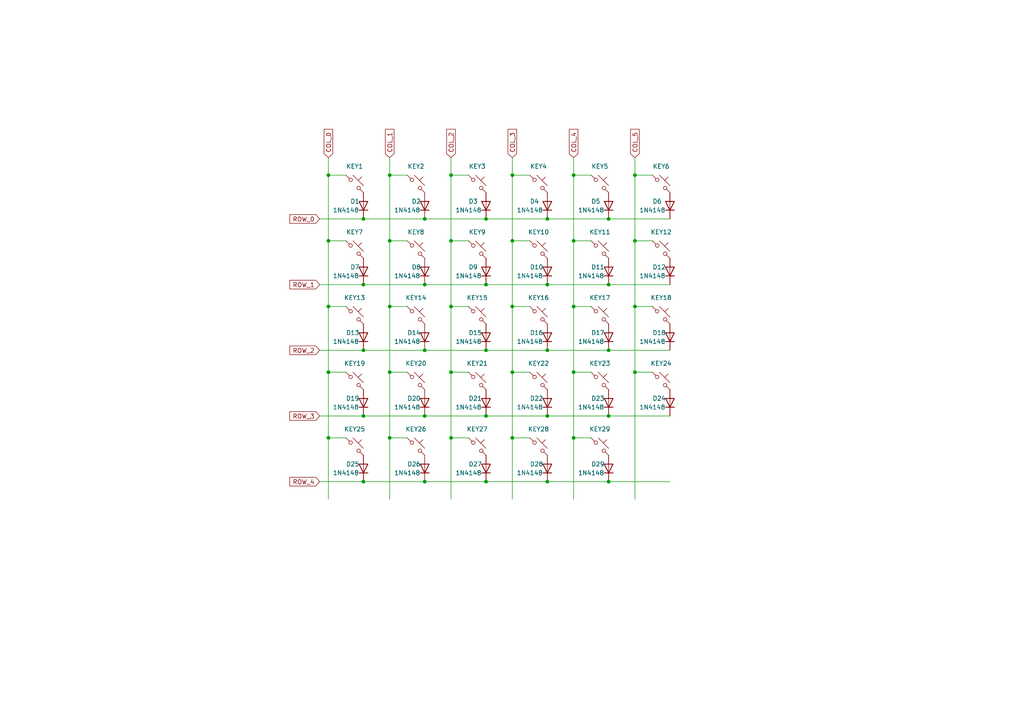
<source format=kicad_sch>
(kicad_sch (version 20230121) (generator eeschema)
  (paper "A4")
  (lib_symbols
    (symbol "Diode:1N4148" (pin_numbers hide) (pin_names (offset 1.016) hide)
      (property "Reference" "D" (at 0 2.54 0))
      (property "Value" "1N4148" (at 0 -2.54 0))
      (symbol "1N4148_0_1"
        (polyline (pts (xy -1.27 1.27) (xy -1.27 -1.27)) (stroke (width 0.254)))
        (polyline (pts (xy 1.27 0) (xy -1.27 0)))
        (polyline (pts (xy 1.27 1.27) (xy 1.27 -1.27) (xy -1.27 0) (xy 1.27 1.27)) (stroke (width 0.254)))
      )
      (symbol "1N4148_1_1"
        (pin passive line (at -3.81 0 0) (length 2.54) (name "K") (number "1"))
        (pin passive line (at 3.81 0 180) (length 2.54) (name "A") (number "2"))
      )
    )
    (symbol "Switch:SW_Push_45deg" (pin_numbers hide) (pin_names (offset 1.016) hide)
      (property "Reference" "SW" (at 3.048 1.016 0))
      (property "Value" "SW_Push_45deg" (at 0 -3.81 0))
      (symbol "SW_Push_45deg_0_1"
        (circle (center -1.1684 1.1684) (radius 0.508))
        (polyline (pts (xy -0.508 2.54) (xy 2.54 -0.508)))
        (polyline (pts (xy 1.016 1.016) (xy 2.032 2.032)))
        (polyline (pts (xy -2.54 2.54) (xy -1.524 1.524) (xy -1.524 1.524)))
        (polyline (pts (xy 1.524 -1.524) (xy 2.54 -2.54) (xy 2.54 -2.54) (xy 2.54 -2.54)))
        (circle (center 1.143 -1.1938) (radius 0.508))
        (pin passive line (at -2.54 2.54 0) (length 0) (name "1") (number "1"))
        (pin passive line (at 2.54 -2.54 180) (length 0) (name "2") (number "2"))
      )
    )
  )
  (junction (at 105.41 82.55))
  (junction (at 148.59 107.95))
  (junction (at 130.81 107.95))
  (junction (at 123.19 63.5))
  (junction (at 123.19 139.7))
  (junction (at 95.25 107.95))
  (junction (at 140.97 101.6))
  (junction (at 130.81 127))
  (junction (at 113.03 88.9))
  (junction (at 123.19 101.6))
  (junction (at 158.75 63.5))
  (junction (at 105.41 139.7))
  (junction (at 113.03 127))
  (junction (at 158.75 82.55))
  (junction (at 140.97 139.7))
  (junction (at 148.59 50.8))
  (junction (at 166.37 127))
  (junction (at 105.41 63.5))
  (junction (at 184.15 107.95))
  (junction (at 176.53 120.65))
  (junction (at 123.19 120.65))
  (junction (at 166.37 88.9))
  (junction (at 184.15 50.8))
  (junction (at 105.41 120.65))
  (junction (at 105.41 101.6))
  (junction (at 184.15 88.9))
  (junction (at 113.03 107.95))
  (junction (at 95.25 88.9))
  (junction (at 140.97 120.65))
  (junction (at 176.53 139.7))
  (junction (at 113.03 69.85))
  (junction (at 158.75 120.65))
  (junction (at 158.75 139.7))
  (junction (at 113.03 50.8))
  (junction (at 158.75 101.6))
  (junction (at 130.81 69.85))
  (junction (at 148.59 69.85))
  (junction (at 95.25 50.8))
  (junction (at 176.53 101.6))
  (junction (at 176.53 63.5))
  (junction (at 140.97 63.5))
  (junction (at 148.59 127))
  (junction (at 166.37 50.8))
  (junction (at 95.25 69.85))
  (junction (at 140.97 82.55))
  (junction (at 148.59 88.9))
  (junction (at 130.81 88.9))
  (junction (at 176.53 82.55))
  (junction (at 184.15 69.85))
  (junction (at 123.19 82.55))
  (junction (at 166.37 107.95))
  (junction (at 166.37 69.85))
  (junction (at 130.81 50.8))
  (junction (at 95.25 127))
  (wire (pts (xy 166.37 50.8) (xy 166.37 69.85)))
  (wire (pts (xy 140.97 82.55) (xy 158.75 82.55)))
  (wire (pts (xy 113.03 69.85) (xy 118.11 69.85)))
  (wire (pts (xy 148.59 107.95) (xy 153.67 107.95)))
  (wire (pts (xy 130.81 69.85) (xy 130.81 88.9)))
  (wire (pts (xy 95.25 107.95) (xy 100.33 107.95)))
  (wire (pts (xy 166.37 50.8) (xy 171.45 50.8)))
  (wire (pts (xy 95.25 45.72) (xy 95.25 50.8)))
  (wire (pts (xy 176.53 82.55) (xy 194.31 82.55)))
  (wire (pts (xy 148.59 127) (xy 148.59 144.78)))
  (wire (pts (xy 130.81 127) (xy 135.89 127)))
  (wire (pts (xy 148.59 45.72) (xy 148.59 50.8)))
  (wire (pts (xy 95.25 69.85) (xy 100.33 69.85)))
  (wire (pts (xy 130.81 107.95) (xy 130.81 127)))
  (wire (pts (xy 184.15 69.85) (xy 189.23 69.85)))
  (wire (pts (xy 123.19 63.5) (xy 140.97 63.5)))
  (wire (pts (xy 184.15 107.95) (xy 184.15 144.78)))
  (wire (pts (xy 113.03 107.95) (xy 118.11 107.95)))
  (wire (pts (xy 176.53 63.5) (xy 194.31 63.5)))
  (wire (pts (xy 113.03 50.8) (xy 118.11 50.8)))
  (wire (pts (xy 105.41 120.65) (xy 123.19 120.65)))
  (wire (pts (xy 92.71 82.55) (xy 105.41 82.55)))
  (wire (pts (xy 130.81 107.95) (xy 135.89 107.95)))
  (wire (pts (xy 92.71 101.6) (xy 105.41 101.6)))
  (wire (pts (xy 130.81 69.85) (xy 135.89 69.85)))
  (wire (pts (xy 95.25 50.8) (xy 100.33 50.8)))
  (wire (pts (xy 92.71 139.7) (xy 105.41 139.7)))
  (wire (pts (xy 148.59 50.8) (xy 153.67 50.8)))
  (wire (pts (xy 95.25 88.9) (xy 95.25 107.95)))
  (wire (pts (xy 140.97 63.5) (xy 158.75 63.5)))
  (wire (pts (xy 166.37 88.9) (xy 166.37 107.95)))
  (wire (pts (xy 105.41 63.5) (xy 123.19 63.5)))
  (wire (pts (xy 123.19 120.65) (xy 140.97 120.65)))
  (wire (pts (xy 130.81 127) (xy 130.81 144.78)))
  (wire (pts (xy 148.59 69.85) (xy 148.59 88.9)))
  (wire (pts (xy 123.19 139.7) (xy 140.97 139.7)))
  (wire (pts (xy 130.81 88.9) (xy 130.81 107.95)))
  (wire (pts (xy 95.25 127) (xy 95.25 144.78)))
  (wire (pts (xy 92.71 120.65) (xy 105.41 120.65)))
  (wire (pts (xy 113.03 127) (xy 113.03 144.78)))
  (wire (pts (xy 140.97 101.6) (xy 158.75 101.6)))
  (wire (pts (xy 123.19 101.6) (xy 140.97 101.6)))
  (wire (pts (xy 148.59 127) (xy 153.67 127)))
  (wire (pts (xy 148.59 50.8) (xy 148.59 69.85)))
  (wire (pts (xy 184.15 88.9) (xy 189.23 88.9)))
  (wire (pts (xy 130.81 50.8) (xy 130.81 69.85)))
  (wire (pts (xy 95.25 127) (xy 100.33 127)))
  (wire (pts (xy 105.41 101.6) (xy 123.19 101.6)))
  (wire (pts (xy 176.53 101.6) (xy 194.31 101.6)))
  (wire (pts (xy 130.81 50.8) (xy 135.89 50.8)))
  (wire (pts (xy 176.53 139.7) (xy 194.31 139.7)))
  (wire (pts (xy 105.41 82.55) (xy 123.19 82.55)))
  (wire (pts (xy 140.97 139.7) (xy 158.75 139.7)))
  (wire (pts (xy 113.03 88.9) (xy 113.03 107.95)))
  (wire (pts (xy 158.75 63.5) (xy 176.53 63.5)))
  (wire (pts (xy 176.53 120.65) (xy 194.31 120.65)))
  (wire (pts (xy 95.25 50.8) (xy 95.25 69.85)))
  (wire (pts (xy 158.75 82.55) (xy 176.53 82.55)))
  (wire (pts (xy 158.75 120.65) (xy 176.53 120.65)))
  (wire (pts (xy 184.15 88.9) (xy 184.15 107.95)))
  (wire (pts (xy 166.37 107.95) (xy 166.37 127)))
  (wire (pts (xy 166.37 88.9) (xy 171.45 88.9)))
  (wire (pts (xy 148.59 88.9) (xy 148.59 107.95)))
  (wire (pts (xy 130.81 88.9) (xy 135.89 88.9)))
  (wire (pts (xy 184.15 50.8) (xy 184.15 69.85)))
  (wire (pts (xy 140.97 120.65) (xy 158.75 120.65)))
  (wire (pts (xy 158.75 101.6) (xy 176.53 101.6)))
  (wire (pts (xy 105.41 139.7) (xy 123.19 139.7)))
  (wire (pts (xy 184.15 107.95) (xy 189.23 107.95)))
  (wire (pts (xy 113.03 107.95) (xy 113.03 127)))
  (wire (pts (xy 148.59 107.95) (xy 148.59 127)))
  (wire (pts (xy 123.19 82.55) (xy 140.97 82.55)))
  (wire (pts (xy 148.59 69.85) (xy 153.67 69.85)))
  (wire (pts (xy 113.03 127) (xy 118.11 127)))
  (wire (pts (xy 95.25 88.9) (xy 100.33 88.9)))
  (wire (pts (xy 166.37 69.85) (xy 171.45 69.85)))
  (wire (pts (xy 184.15 50.8) (xy 189.23 50.8)))
  (wire (pts (xy 166.37 127) (xy 171.45 127)))
  (wire (pts (xy 92.71 63.5) (xy 105.41 63.5)))
  (wire (pts (xy 113.03 50.8) (xy 113.03 69.85)))
  (wire (pts (xy 113.03 69.85) (xy 113.03 88.9)))
  (wire (pts (xy 148.59 88.9) (xy 153.67 88.9)))
  (wire (pts (xy 184.15 45.72) (xy 184.15 50.8)))
  (wire (pts (xy 184.15 69.85) (xy 184.15 88.9)))
  (wire (pts (xy 166.37 45.72) (xy 166.37 50.8)))
  (wire (pts (xy 158.75 139.7) (xy 176.53 139.7)))
  (wire (pts (xy 95.25 69.85) (xy 95.25 88.9)))
  (wire (pts (xy 95.25 107.95) (xy 95.25 127)))
  (wire (pts (xy 166.37 69.85) (xy 166.37 88.9)))
  (wire (pts (xy 166.37 127) (xy 166.37 144.78)))
  (wire (pts (xy 113.03 45.72) (xy 113.03 50.8)))
  (wire (pts (xy 113.03 88.9) (xy 118.11 88.9)))
  (wire (pts (xy 166.37 107.95) (xy 171.45 107.95)))
  (wire (pts (xy 130.81 45.72) (xy 130.81 50.8)))
  (global_label "ROW_4" (shape input) (at 92.71 139.7 180) (property "Intersheetrefs" "${INTERSHEET_REFS}" (effects hide)))
  (global_label "ROW_3" (shape input) (at 92.71 120.65 180) (property "Intersheetrefs" "${INTERSHEET_REFS}" (effects hide)))
  (global_label "COL_1" (shape input) (at 113.03 45.72 90) (property "Intersheetrefs" "${INTERSHEET_REFS}" (effects hide)))
  (global_label "COL_3" (shape input) (at 148.59 45.72 90) (property "Intersheetrefs" "${INTERSHEET_REFS}" (effects hide)))
  (global_label "ROW_0" (shape input) (at 92.71 63.5 180) (property "Intersheetrefs" "${INTERSHEET_REFS}" (effects hide)))
  (global_label "COL_4" (shape input) (at 166.37 45.72 90) (property "Intersheetrefs" "${INTERSHEET_REFS}" (effects hide)))
  (global_label "ROW_1" (shape input) (at 92.71 82.55 180) (property "Intersheetrefs" "${INTERSHEET_REFS}" (effects hide)))
  (global_label "COL_0" (shape input) (at 95.25 45.72 90) (property "Intersheetrefs" "${INTERSHEET_REFS}" (effects hide)))
  (global_label "COL_2" (shape input) (at 130.81 45.72 90) (property "Intersheetrefs" "${INTERSHEET_REFS}" (effects hide)))
  (global_label "COL_5" (shape input) (at 184.15 45.72 90) (property "Intersheetrefs" "${INTERSHEET_REFS}" (effects hide)))
  (global_label "ROW_2" (shape input) (at 92.71 101.6 180) (property "Intersheetrefs" "${INTERSHEET_REFS}" (effects hide)))
  (symbol (lib_id "Diode:1N4148") (at 158.75 59.69 90) (unit 1)
    (property "Reference" "D4" (at 153.67 58.42 90) (effects (justify right)))
    (property "Value" "1N4148" (at 149.86 60.96 90) (effects (justify right)))
    (property "Footprint" "Diode_SMD:D_SOD-123" (effects hide))
    (property "Datasheet" "https://assets.nexperia.com/documents/data-sheet/1N4148_1N4448.pdf" (effects hide))
    (property "LCSC" "C81598" (effects hide))
    (property "MFR. Part #" "1N4148W" (effects hide))
  )
  (symbol (lib_id "Diode:1N4148") (at 158.75 116.84 90) (unit 1)
    (property "Reference" "D22" (at 153.67 115.57 90) (effects (justify right)))
    (property "Value" "1N4148" (at 149.86 118.11 90) (effects (justify right)))
    (property "Footprint" "Diode_SMD:D_SOD-123" (effects hide))
    (property "Datasheet" "https://assets.nexperia.com/documents/data-sheet/1N4148_1N4448.pdf" (effects hide))
    (property "LCSC" "C81598" (effects hide))
    (property "MFR. Part #" "1N4148W" (effects hide))
  )
  (symbol (lib_id "Switch:SW_Push_45deg") (at 191.77 91.44 0) (unit 1)
    (property "Reference" "KEY18" (at 191.77 86.36 0))
    (property "Value" "SW_Push_45deg" (effects hide))
    (property "Footprint" "key-switches:MX_switch_PTH_hotswap_A" (effects hide))
  )
  (symbol (lib_id "Diode:1N4148") (at 194.31 116.84 90) (unit 1)
    (property "Reference" "D24" (at 189.23 115.57 90) (effects (justify right)))
    (property "Value" "1N4148" (at 185.42 118.11 90) (effects (justify right)))
    (property "Footprint" "Diode_SMD:D_SOD-123" (effects hide))
    (property "Datasheet" "https://assets.nexperia.com/documents/data-sheet/1N4148_1N4448.pdf" (effects hide))
    (property "LCSC" "C81598" (effects hide))
    (property "MFR. Part #" "1N4148W" (effects hide))
  )
  (symbol (lib_id "Switch:SW_Push_45deg") (at 102.87 129.54 0) (unit 1)
    (property "Reference" "KEY25" (at 102.87 124.46 0))
    (property "Value" "SW_Push_45deg" (effects hide))
    (property "Footprint" "key-switches:MX_switch_PTH_hotswap_A" (effects hide))
  )
  (symbol (lib_id "Switch:SW_Push_45deg") (at 156.21 91.44 0) (unit 1)
    (property "Reference" "KEY16" (at 156.21 86.36 0))
    (property "Value" "SW_Push_45deg" (effects hide))
    (property "Footprint" "key-switches:MX_switch_PTH_hotswap_A" (effects hide))
  )
  (symbol (lib_id "Diode:1N4148") (at 140.97 97.79 90) (unit 1)
    (property "Reference" "D15" (at 135.89 96.52 90) (effects (justify right)))
    (property "Value" "1N4148" (at 132.08 99.06 90) (effects (justify right)))
    (property "Footprint" "Diode_SMD:D_SOD-123" (effects hide))
    (property "Datasheet" "https://assets.nexperia.com/documents/data-sheet/1N4148_1N4448.pdf" (effects hide))
    (property "LCSC" "C81598" (effects hide))
    (property "MFR. Part #" "1N4148W" (effects hide))
  )
  (symbol (lib_id "Switch:SW_Push_45deg") (at 173.99 110.49 0) (unit 1)
    (property "Reference" "KEY23" (at 173.99 105.41 0))
    (property "Value" "SW_Push_45deg" (effects hide))
    (property "Footprint" "key-switches:MX_switch_PTH_hotswap_A" (effects hide))
  )
  (symbol (lib_id "Diode:1N4148") (at 158.75 97.79 90) (unit 1)
    (property "Reference" "D16" (at 153.67 96.52 90) (effects (justify right)))
    (property "Value" "1N4148" (at 149.86 99.06 90) (effects (justify right)))
    (property "Footprint" "Diode_SMD:D_SOD-123" (effects hide))
    (property "Datasheet" "https://assets.nexperia.com/documents/data-sheet/1N4148_1N4448.pdf" (effects hide))
    (property "LCSC" "C81598" (effects hide))
    (property "MFR. Part #" "1N4148W" (effects hide))
  )
  (symbol (lib_id "Switch:SW_Push_45deg") (at 138.43 110.49 0) (unit 1)
    (property "Reference" "KEY21" (at 138.43 105.41 0))
    (property "Value" "SW_Push_45deg" (effects hide))
    (property "Footprint" "key-switches:MX_switch_PTH_hotswap_A" (effects hide))
  )
  (symbol (lib_id "Switch:SW_Push_45deg") (at 102.87 91.44 0) (unit 1)
    (property "Reference" "KEY13" (at 102.87 86.36 0))
    (property "Value" "SW_Push_45deg" (effects hide))
    (property "Footprint" "key-switches:MX_switch_PTH_hotswap_A" (effects hide))
  )
  (symbol (lib_id "Diode:1N4148") (at 176.53 116.84 90) (unit 1)
    (property "Reference" "D23" (at 171.45 115.57 90) (effects (justify right)))
    (property "Value" "1N4148" (at 167.64 118.11 90) (effects (justify right)))
    (property "Footprint" "Diode_SMD:D_SOD-123" (effects hide))
    (property "Datasheet" "https://assets.nexperia.com/documents/data-sheet/1N4148_1N4448.pdf" (effects hide))
    (property "LCSC" "C81598" (effects hide))
    (property "MFR. Part #" "1N4148W" (effects hide))
  )
  (symbol (lib_id "Diode:1N4148") (at 158.75 78.74 90) (unit 1)
    (property "Reference" "D10" (at 153.67 77.47 90) (effects (justify right)))
    (property "Value" "1N4148" (at 149.86 80.01 90) (effects (justify right)))
    (property "Footprint" "Diode_SMD:D_SOD-123" (effects hide))
    (property "Datasheet" "https://assets.nexperia.com/documents/data-sheet/1N4148_1N4448.pdf" (effects hide))
    (property "LCSC" "C81598" (effects hide))
    (property "MFR. Part #" "1N4148W" (effects hide))
  )
  (symbol (lib_id "Switch:SW_Push_45deg") (at 138.43 129.54 0) (unit 1)
    (property "Reference" "KEY27" (at 138.43 124.46 0))
    (property "Value" "SW_Push_45deg" (effects hide))
    (property "Footprint" "key-switches:MX_switch_PTH_hotswap_A" (effects hide))
  )
  (symbol (lib_id "Switch:SW_Push_45deg") (at 138.43 72.39 0) (unit 1)
    (property "Reference" "KEY9" (at 138.43 67.31 0))
    (property "Value" "SW_Push_45deg" (effects hide))
    (property "Footprint" "key-switches:MX_switch_PTH_hotswap_A" (effects hide))
  )
  (symbol (lib_id "Diode:1N4148") (at 140.97 59.69 90) (unit 1)
    (property "Reference" "D3" (at 135.89 58.42 90) (effects (justify right)))
    (property "Value" "1N4148" (at 132.08 60.96 90) (effects (justify right)))
    (property "Footprint" "Diode_SMD:D_SOD-123" (effects hide))
    (property "Datasheet" "https://assets.nexperia.com/documents/data-sheet/1N4148_1N4448.pdf" (effects hide))
    (property "LCSC" "C81598" (effects hide))
    (property "MFR. Part #" "1N4148W" (effects hide))
  )
  (symbol (lib_id "Diode:1N4148") (at 105.41 135.89 90) (unit 1)
    (property "Reference" "D25" (at 100.33 134.62 90) (effects (justify right)))
    (property "Value" "1N4148" (at 96.52 137.16 90) (effects (justify right)))
    (property "Footprint" "Diode_SMD:D_SOD-123" (effects hide))
    (property "Datasheet" "https://assets.nexperia.com/documents/data-sheet/1N4148_1N4448.pdf" (effects hide))
    (property "LCSC" "C81598" (effects hide))
    (property "MFR. Part #" "1N4148W" (effects hide))
  )
  (symbol (lib_id "Diode:1N4148") (at 194.31 59.69 90) (unit 1)
    (property "Reference" "D6" (at 189.23 58.42 90) (effects (justify right)))
    (property "Value" "1N4148" (at 185.42 60.96 90) (effects (justify right)))
    (property "Footprint" "Diode_SMD:D_SOD-123" (effects hide))
    (property "Datasheet" "https://assets.nexperia.com/documents/data-sheet/1N4148_1N4448.pdf" (effects hide))
    (property "LCSC" "C81598" (effects hide))
    (property "MFR. Part #" "1N4148W" (effects hide))
  )
  (symbol (lib_id "Switch:SW_Push_45deg") (at 102.87 110.49 0) (unit 1)
    (property "Reference" "KEY19" (at 102.87 105.41 0))
    (property "Value" "SW_Push_45deg" (effects hide))
    (property "Footprint" "key-switches:MX_switch_PTH_hotswap_A" (effects hide))
  )
  (symbol (lib_id "Diode:1N4148") (at 176.53 59.69 90) (unit 1)
    (property "Reference" "D5" (at 171.45 58.42 90) (effects (justify right)))
    (property "Value" "1N4148" (at 167.64 60.96 90) (effects (justify right)))
    (property "Footprint" "Diode_SMD:D_SOD-123" (effects hide))
    (property "Datasheet" "https://assets.nexperia.com/documents/data-sheet/1N4148_1N4448.pdf" (effects hide))
    (property "LCSC" "C81598" (effects hide))
    (property "MFR. Part #" "1N4148W" (effects hide))
  )
  (symbol (lib_id "Switch:SW_Push_45deg") (at 156.21 110.49 0) (unit 1)
    (property "Reference" "KEY22" (at 156.21 105.41 0))
    (property "Value" "SW_Push_45deg" (effects hide))
    (property "Footprint" "key-switches:MX_switch_PTH_hotswap_A" (effects hide))
  )
  (symbol (lib_id "Diode:1N4148") (at 105.41 97.79 90) (unit 1)
    (property "Reference" "D13" (at 100.33 96.52 90) (effects (justify right)))
    (property "Value" "1N4148" (at 96.52 99.06 90) (effects (justify right)))
    (property "Footprint" "Diode_SMD:D_SOD-123" (effects hide))
    (property "Datasheet" "https://assets.nexperia.com/documents/data-sheet/1N4148_1N4448.pdf" (effects hide))
    (property "LCSC" "C81598" (effects hide))
    (property "MFR. Part #" "1N4148W" (effects hide))
  )
  (symbol (lib_id "Switch:SW_Push_45deg") (at 138.43 53.34 0) (unit 1)
    (property "Reference" "KEY3" (at 138.43 48.26 0))
    (property "Value" "SW_Push_45deg" (effects hide))
    (property "Footprint" "key-switches:MX_switch_PTH_hotswap_A" (effects hide))
  )
  (symbol (lib_id "Diode:1N4148") (at 105.41 78.74 90) (unit 1)
    (property "Reference" "D7" (at 101.6 77.47 90) (effects (justify right)))
    (property "Value" "1N4148" (at 96.52 80.01 90) (effects (justify right)))
    (property "Footprint" "Diode_SMD:D_SOD-123" (effects hide))
    (property "Datasheet" "https://assets.nexperia.com/documents/data-sheet/1N4148_1N4448.pdf" (effects hide))
    (property "LCSC" "C81598" (effects hide))
    (property "MFR. Part #" "1N4148W" (effects hide))
  )
  (symbol (lib_id "Diode:1N4148") (at 140.97 135.89 90) (unit 1)
    (property "Reference" "D27" (at 135.89 134.62 90) (effects (justify right)))
    (property "Value" "1N4148" (at 132.08 137.16 90) (effects (justify right)))
    (property "Footprint" "Diode_SMD:D_SOD-123" (effects hide))
    (property "Datasheet" "https://assets.nexperia.com/documents/data-sheet/1N4148_1N4448.pdf" (effects hide))
    (property "LCSC" "C81598" (effects hide))
    (property "MFR. Part #" "1N4148W" (effects hide))
  )
  (symbol (lib_id "Switch:SW_Push_45deg") (at 173.99 129.54 0) (unit 1)
    (property "Reference" "KEY29" (at 173.99 124.46 0))
    (property "Value" "SW_Push_45deg" (effects hide))
    (property "Footprint" "key-switches:MX_switch_PTH_hotswap_A" (effects hide))
  )
  (symbol (lib_id "Switch:SW_Push_45deg") (at 173.99 72.39 0) (unit 1)
    (property "Reference" "KEY11" (at 173.99 67.31 0))
    (property "Value" "SW_Push_45deg" (effects hide))
    (property "Footprint" "key-switches:MX_switch_PTH_hotswap_A" (effects hide))
  )
  (symbol (lib_id "Diode:1N4148") (at 123.19 59.69 90) (unit 1)
    (property "Reference" "D2" (at 119.38 58.42 90) (effects (justify right)))
    (property "Value" "1N4148" (at 114.3 60.96 90) (effects (justify right)))
    (property "Footprint" "Diode_SMD:D_SOD-123" (effects hide))
    (property "Datasheet" "https://assets.nexperia.com/documents/data-sheet/1N4148_1N4448.pdf" (effects hide))
    (property "LCSC" "C81598" (effects hide))
    (property "MFR. Part #" "1N4148W" (effects hide))
  )
  (symbol (lib_id "Switch:SW_Push_45deg") (at 138.43 91.44 0) (unit 1)
    (property "Reference" "KEY15" (at 138.43 86.36 0))
    (property "Value" "SW_Push_45deg" (effects hide))
    (property "Footprint" "key-switches:MX_switch_PTH_hotswap_A" (effects hide))
  )
  (symbol (lib_id "Diode:1N4148") (at 194.31 97.79 90) (unit 1)
    (property "Reference" "D18" (at 189.23 96.52 90) (effects (justify right)))
    (property "Value" "1N4148" (at 185.42 99.06 90) (effects (justify right)))
    (property "Footprint" "Diode_SMD:D_SOD-123" (effects hide))
    (property "Datasheet" "https://assets.nexperia.com/documents/data-sheet/1N4148_1N4448.pdf" (effects hide))
    (property "LCSC" "C81598" (effects hide))
    (property "MFR. Part #" "1N4148W" (effects hide))
  )
  (symbol (lib_id "Diode:1N4148") (at 123.19 97.79 90) (unit 1)
    (property "Reference" "D14" (at 118.11 96.52 90) (effects (justify right)))
    (property "Value" "1N4148" (at 114.3 99.06 90) (effects (justify right)))
    (property "Footprint" "Diode_SMD:D_SOD-123" (effects hide))
    (property "Datasheet" "https://assets.nexperia.com/documents/data-sheet/1N4148_1N4448.pdf" (effects hide))
    (property "LCSC" "C81598" (effects hide))
    (property "MFR. Part #" "1N4148W" (effects hide))
  )
  (symbol (lib_id "Switch:SW_Push_45deg") (at 102.87 72.39 0) (unit 1)
    (property "Reference" "KEY7" (at 102.87 67.31 0))
    (property "Value" "SW_Push_45deg" (effects hide))
    (property "Footprint" "key-switches:MX_switch_PTH_hotswap_A" (effects hide))
  )
  (symbol (lib_id "Switch:SW_Push_45deg") (at 156.21 53.34 0) (unit 1)
    (property "Reference" "KEY4" (at 156.21 48.26 0))
    (property "Value" "SW_Push_45deg" (effects hide))
    (property "Footprint" "key-switches:MX_switch_PTH_hotswap_A" (effects hide))
  )
  (symbol (lib_id "Diode:1N4148") (at 158.75 135.89 90) (unit 1)
    (property "Reference" "D28" (at 153.67 134.62 90) (effects (justify right)))
    (property "Value" "1N4148" (at 149.86 137.16 90) (effects (justify right)))
    (property "Footprint" "Diode_SMD:D_SOD-123" (effects hide))
    (property "Datasheet" "https://assets.nexperia.com/documents/data-sheet/1N4148_1N4448.pdf" (effects hide))
    (property "LCSC" "C81598" (effects hide))
    (property "MFR. Part #" "1N4148W" (effects hide))
  )
  (symbol (lib_id "Diode:1N4148") (at 123.19 78.74 90) (unit 1)
    (property "Reference" "D8" (at 119.38 77.47 90) (effects (justify right)))
    (property "Value" "1N4148" (at 114.3 80.01 90) (effects (justify right)))
    (property "Footprint" "Diode_SMD:D_SOD-123" (effects hide))
    (property "Datasheet" "https://assets.nexperia.com/documents/data-sheet/1N4148_1N4448.pdf" (effects hide))
    (property "LCSC" "C81598" (effects hide))
    (property "MFR. Part #" "1N4148W" (effects hide))
  )
  (symbol (lib_id "Switch:SW_Push_45deg") (at 120.65 91.44 0) (unit 1)
    (property "Reference" "KEY14" (at 120.65 86.36 0))
    (property "Value" "SW_Push_45deg" (effects hide))
    (property "Footprint" "key-switches:MX_switch_PTH_hotswap_A" (effects hide))
  )
  (symbol (lib_id "Switch:SW_Push_45deg") (at 191.77 110.49 0) (unit 1)
    (property "Reference" "KEY24" (at 191.77 105.41 0))
    (property "Value" "SW_Push_45deg" (effects hide))
    (property "Footprint" "key-switches:MX_switch_PTH_hotswap_A" (effects hide))
  )
  (symbol (lib_id "Switch:SW_Push_45deg") (at 191.77 72.39 0) (unit 1)
    (property "Reference" "KEY12" (at 191.77 67.31 0))
    (property "Value" "SW_Push_45deg" (effects hide))
    (property "Footprint" "key-switches:MX_switch_PTH_hotswap_A" (effects hide))
  )
  (symbol (lib_id "Switch:SW_Push_45deg") (at 102.87 53.34 0) (unit 1)
    (property "Reference" "KEY1" (at 102.87 48.26 0))
    (property "Value" "SW_Push_45deg" (effects hide))
    (property "Footprint" "key-switches:MX_switch_PTH_hotswap_A" (effects hide))
  )
  (symbol (lib_id "Diode:1N4148") (at 140.97 78.74 90) (unit 1)
    (property "Reference" "D9" (at 135.89 77.47 90) (effects (justify right)))
    (property "Value" "1N4148" (at 132.08 80.01 90) (effects (justify right)))
    (property "Footprint" "Diode_SMD:D_SOD-123" (effects hide))
    (property "Datasheet" "https://assets.nexperia.com/documents/data-sheet/1N4148_1N4448.pdf" (effects hide))
    (property "LCSC" "C81598" (effects hide))
    (property "MFR. Part #" "1N4148W" (effects hide))
  )
  (symbol (lib_id "Diode:1N4148") (at 194.31 78.74 90) (unit 1)
    (property "Reference" "D12" (at 189.23 77.47 90) (effects (justify right)))
    (property "Value" "1N4148" (at 185.42 80.01 90) (effects (justify right)))
    (property "Footprint" "Diode_SMD:D_SOD-123" (effects hide))
    (property "Datasheet" "https://assets.nexperia.com/documents/data-sheet/1N4148_1N4448.pdf" (effects hide))
    (property "LCSC" "C81598" (effects hide))
    (property "MFR. Part #" "1N4148W" (effects hide))
  )
  (symbol (lib_id "Diode:1N4148") (at 176.53 135.89 90) (unit 1)
    (property "Reference" "D29" (at 171.45 134.62 90) (effects (justify right)))
    (property "Value" "1N4148" (at 167.64 137.16 90) (effects (justify right)))
    (property "Footprint" "Diode_SMD:D_SOD-123" (effects hide))
    (property "Datasheet" "https://assets.nexperia.com/documents/data-sheet/1N4148_1N4448.pdf" (effects hide))
    (property "LCSC" "C81598" (effects hide))
    (property "MFR. Part #" "1N4148W" (effects hide))
  )
  (symbol (lib_id "Diode:1N4148") (at 176.53 97.79 90) (unit 1)
    (property "Reference" "D17" (at 171.45 96.52 90) (effects (justify right)))
    (property "Value" "1N4148" (at 167.64 99.06 90) (effects (justify right)))
    (property "Footprint" "Diode_SMD:D_SOD-123" (effects hide))
    (property "Datasheet" "https://assets.nexperia.com/documents/data-sheet/1N4148_1N4448.pdf" (effects hide))
    (property "LCSC" "C81598" (effects hide))
    (property "MFR. Part #" "1N4148W" (effects hide))
  )
  (symbol (lib_id "Switch:SW_Push_45deg") (at 156.21 72.39 0) (unit 1)
    (property "Reference" "KEY10" (at 156.21 67.31 0))
    (property "Value" "SW_Push_45deg" (effects hide))
    (property "Footprint" "key-switches:MX_switch_PTH_hotswap_A" (effects hide))
  )
  (symbol (lib_id "Switch:SW_Push_45deg") (at 120.65 72.39 0) (unit 1)
    (property "Reference" "KEY8" (at 120.65 67.31 0))
    (property "Value" "SW_Push_45deg" (effects hide))
    (property "Footprint" "key-switches:MX_switch_PTH_hotswap_A" (effects hide))
  )
  (symbol (lib_id "Switch:SW_Push_45deg") (at 173.99 91.44 0) (unit 1)
    (property "Reference" "KEY17" (at 173.99 86.36 0))
    (property "Value" "SW_Push_45deg" (effects hide))
    (property "Footprint" "key-switches:MX_switch_PTH_hotswap_A" (effects hide))
  )
  (symbol (lib_id "Diode:1N4148") (at 105.41 116.84 90) (unit 1)
    (property "Reference" "D19" (at 100.33 115.57 90) (effects (justify right)))
    (property "Value" "1N4148" (at 96.52 118.11 90) (effects (justify right)))
    (property "Footprint" "Diode_SMD:D_SOD-123" (effects hide))
    (property "Datasheet" "https://assets.nexperia.com/documents/data-sheet/1N4148_1N4448.pdf" (effects hide))
    (property "LCSC" "C81598" (effects hide))
    (property "MFR. Part #" "1N4148W" (effects hide))
  )
  (symbol (lib_id "Switch:SW_Push_45deg") (at 120.65 110.49 0) (unit 1)
    (property "Reference" "KEY20" (at 120.65 105.41 0))
    (property "Value" "SW_Push_45deg" (effects hide))
    (property "Footprint" "key-switches:MX_switch_PTH_hotswap_A" (effects hide))
  )
  (symbol (lib_id "Diode:1N4148") (at 123.19 135.89 90) (unit 1)
    (property "Reference" "D26" (at 118.11 134.62 90) (effects (justify right)))
    (property "Value" "1N4148" (at 114.3 137.16 90) (effects (justify right)))
    (property "Footprint" "Diode_SMD:D_SOD-123" (effects hide))
    (property "Datasheet" "https://assets.nexperia.com/documents/data-sheet/1N4148_1N4448.pdf" (effects hide))
    (property "LCSC" "C81598" (effects hide))
    (property "MFR. Part #" "1N4148W" (effects hide))
  )
  (symbol (lib_id "Diode:1N4148") (at 176.53 78.74 90) (unit 1)
    (property "Reference" "D11" (at 171.45 77.47 90) (effects (justify right)))
    (property "Value" "1N4148" (at 167.64 80.01 90) (effects (justify right)))
    (property "Footprint" "Diode_SMD:D_SOD-123" (effects hide))
    (property "Datasheet" "https://assets.nexperia.com/documents/data-sheet/1N4148_1N4448.pdf" (effects hide))
    (property "LCSC" "C81598" (effects hide))
    (property "MFR. Part #" "1N4148W" (effects hide))
  )
  (symbol (lib_id "Diode:1N4148") (at 123.19 116.84 90) (unit 1)
    (property "Reference" "D20" (at 118.11 115.57 90) (effects (justify right)))
    (property "Value" "1N4148" (at 114.3 118.11 90) (effects (justify right)))
    (property "Footprint" "Diode_SMD:D_SOD-123" (effects hide))
    (property "Datasheet" "https://assets.nexperia.com/documents/data-sheet/1N4148_1N4448.pdf" (effects hide))
    (property "LCSC" "C81598" (effects hide))
    (property "MFR. Part #" "1N4148W" (effects hide))
  )
  (symbol (lib_id "Switch:SW_Push_45deg") (at 156.21 129.54 0) (unit 1)
    (property "Reference" "KEY28" (at 156.21 124.46 0))
    (property "Value" "SW_Push_45deg" (effects hide))
    (property "Footprint" "key-switches:MX_switch_PTH_hotswap_A" (effects hide))
  )
  (symbol (lib_id "Diode:1N4148") (at 105.41 59.69 90) (unit 1)
    (property "Reference" "D1" (at 101.6 58.42 90) (effects (justify right)))
    (property "Value" "1N4148" (at 96.52 60.96 90) (effects (justify right)))
    (property "Footprint" "Diode_SMD:D_SOD-123" (effects hide))
    (property "Datasheet" "https://assets.nexperia.com/documents/data-sheet/1N4148_1N4448.pdf" (effects hide))
    (property "LCSC" "C81598" (effects hide))
    (property "MFR. Part #" "1N4148W" (effects hide))
  )
  (symbol (lib_id "Switch:SW_Push_45deg") (at 120.65 53.34 0) (unit 1)
    (property "Reference" "KEY2" (at 120.65 48.26 0))
    (property "Value" "SW_Push_45deg" (effects hide))
    (property "Footprint" "key-switches:MX_switch_PTH_hotswap_A" (effects hide))
  )
  (symbol (lib_id "Switch:SW_Push_45deg") (at 120.65 129.54 0) (unit 1)
    (property "Reference" "KEY26" (at 120.65 124.46 0))
    (property "Value" "SW_Push_45deg" (effects hide))
    (property "Footprint" "key-switches:MX_switch_PTH_hotswap_A" (effects hide))
  )
  (symbol (lib_id "Switch:SW_Push_45deg") (at 173.99 53.34 0) (unit 1)
    (property "Reference" "KEY5" (at 173.99 48.26 0))
    (property "Value" "SW_Push_45deg" (effects hide))
    (property "Footprint" "key-switches:MX_switch_PTH_hotswap_A" (effects hide))
  )
  (symbol (lib_id "Switch:SW_Push_45deg") (at 191.77 53.34 0) (unit 1)
    (property "Reference" "KEY6" (at 191.77 48.26 0))
    (property "Value" "SW_Push_45deg" (effects hide))
    (property "Footprint" "key-switches:MX_switch_PTH_hotswap_A" (effects hide))
  )
  (symbol (lib_id "Diode:1N4148") (at 140.97 116.84 90) (unit 1)
    (property "Reference" "D21" (at 135.89 115.57 90) (effects (justify right)))
    (property "Value" "1N4148" (at 132.08 118.11 90) (effects (justify right)))
    (property "Footprint" "Diode_SMD:D_SOD-123" (effects hide))
    (property "Datasheet" "https://assets.nexperia.com/documents/data-sheet/1N4148_1N4448.pdf" (effects hide))
    (property "LCSC" "C81598" (effects hide))
    (property "MFR. Part #" "1N4148W" (effects hide))
  )
)
</source>
